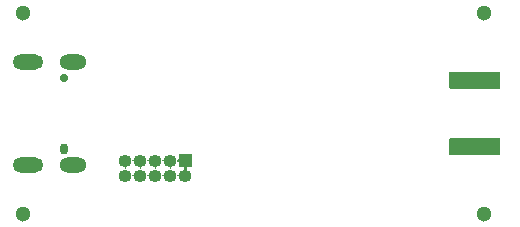
<source format=gbr>
%TF.GenerationSoftware,KiCad,Pcbnew,(5.1.8)-1*%
%TF.CreationDate,2020-12-12T20:42:30+01:00*%
%TF.ProjectId,NRF24Stick,4e524632-3453-4746-9963-6b2e6b696361,rev?*%
%TF.SameCoordinates,Original*%
%TF.FileFunction,Soldermask,Bot*%
%TF.FilePolarity,Negative*%
%FSLAX46Y46*%
G04 Gerber Fmt 4.6, Leading zero omitted, Abs format (unit mm)*
G04 Created by KiCad (PCBNEW (5.1.8)-1) date 2020-12-12 20:42:30*
%MOMM*%
%LPD*%
G01*
G04 APERTURE LIST*
%ADD10C,1.300000*%
%ADD11O,2.600000X1.300000*%
%ADD12O,0.700000X0.950000*%
%ADD13O,0.700000X0.700000*%
%ADD14O,2.300000X1.300000*%
%ADD15O,1.100000X1.100000*%
%ADD16C,0.100000*%
G04 APERTURE END LIST*
D10*
%TO.C,H4*%
X149500000Y-107000000D03*
%TD*%
%TO.C,H3*%
X149500000Y-124000000D03*
%TD*%
%TO.C,H2*%
X110500000Y-124000000D03*
%TD*%
%TO.C,H1*%
X110500000Y-107000000D03*
%TD*%
%TO.C,J3*%
G36*
G01*
X150850000Y-119050000D02*
X146650000Y-119050000D01*
G75*
G02*
X146600000Y-119000000I0J50000D01*
G01*
X146600000Y-117650000D01*
G75*
G02*
X146650000Y-117600000I50000J0D01*
G01*
X150850000Y-117600000D01*
G75*
G02*
X150900000Y-117650000I0J-50000D01*
G01*
X150900000Y-119000000D01*
G75*
G02*
X150850000Y-119050000I-50000J0D01*
G01*
G37*
G36*
G01*
X150850000Y-113400000D02*
X146650000Y-113400000D01*
G75*
G02*
X146600000Y-113350000I0J50000D01*
G01*
X146600000Y-112000000D01*
G75*
G02*
X146650000Y-111950000I50000J0D01*
G01*
X150850000Y-111950000D01*
G75*
G02*
X150900000Y-112000000I0J-50000D01*
G01*
X150900000Y-113350000D01*
G75*
G02*
X150850000Y-113400000I-50000J0D01*
G01*
G37*
%TD*%
D11*
%TO.C,J2*%
X110900000Y-111180000D03*
X110900000Y-119820000D03*
D12*
X114000000Y-118500000D03*
D13*
X114000000Y-112500000D03*
D14*
X114725000Y-119820000D03*
X114725000Y-111180000D03*
%TD*%
D15*
%TO.C,J1*%
X119170000Y-120770000D03*
X119170000Y-119500000D03*
X120440000Y-120770000D03*
X120440000Y-119500000D03*
X121710000Y-120770000D03*
X121710000Y-119500000D03*
X122980000Y-120770000D03*
X122980000Y-119500000D03*
X124250000Y-120770000D03*
G36*
G01*
X123750000Y-118950000D02*
X124750000Y-118950000D01*
G75*
G02*
X124800000Y-119000000I0J-50000D01*
G01*
X124800000Y-120000000D01*
G75*
G02*
X124750000Y-120050000I-50000J0D01*
G01*
X123750000Y-120050000D01*
G75*
G02*
X123700000Y-120000000I0J50000D01*
G01*
X123700000Y-119000000D01*
G75*
G02*
X123750000Y-118950000I50000J0D01*
G01*
G37*
%TD*%
D16*
G36*
X121173110Y-120669470D02*
G01*
X121173612Y-120671227D01*
X121164648Y-120716290D01*
X121164648Y-120823710D01*
X121173612Y-120868773D01*
X121172969Y-120870667D01*
X121171007Y-120871057D01*
X121169736Y-120869744D01*
X121165530Y-120855881D01*
X121156475Y-120838939D01*
X121144289Y-120824091D01*
X121129440Y-120811905D01*
X121112499Y-120802850D01*
X121094114Y-120797272D01*
X121075000Y-120795390D01*
X121055886Y-120797272D01*
X121037501Y-120802850D01*
X121020559Y-120811905D01*
X121005711Y-120824091D01*
X120993525Y-120838940D01*
X120984470Y-120855881D01*
X120980264Y-120869744D01*
X120978804Y-120871111D01*
X120976890Y-120870530D01*
X120976388Y-120868773D01*
X120985352Y-120823710D01*
X120985352Y-120716290D01*
X120976388Y-120671227D01*
X120977031Y-120669333D01*
X120978993Y-120668943D01*
X120980264Y-120670256D01*
X120984470Y-120684119D01*
X120993525Y-120701061D01*
X121005711Y-120715909D01*
X121020560Y-120728095D01*
X121037501Y-120737150D01*
X121055886Y-120742728D01*
X121075000Y-120744610D01*
X121094114Y-120742728D01*
X121112499Y-120737150D01*
X121129441Y-120728095D01*
X121144289Y-120715909D01*
X121156475Y-120701060D01*
X121165530Y-120684119D01*
X121169736Y-120670256D01*
X121171196Y-120668889D01*
X121173110Y-120669470D01*
G37*
G36*
X119903110Y-120669470D02*
G01*
X119903612Y-120671227D01*
X119894648Y-120716290D01*
X119894648Y-120823710D01*
X119903612Y-120868773D01*
X119902969Y-120870667D01*
X119901007Y-120871057D01*
X119899736Y-120869744D01*
X119895530Y-120855881D01*
X119886475Y-120838939D01*
X119874289Y-120824091D01*
X119859440Y-120811905D01*
X119842499Y-120802850D01*
X119824114Y-120797272D01*
X119805000Y-120795390D01*
X119785886Y-120797272D01*
X119767501Y-120802850D01*
X119750559Y-120811905D01*
X119735711Y-120824091D01*
X119723525Y-120838940D01*
X119714470Y-120855881D01*
X119710264Y-120869744D01*
X119708804Y-120871111D01*
X119706890Y-120870530D01*
X119706388Y-120868773D01*
X119715352Y-120823710D01*
X119715352Y-120716290D01*
X119706388Y-120671227D01*
X119707031Y-120669333D01*
X119708993Y-120668943D01*
X119710264Y-120670256D01*
X119714470Y-120684119D01*
X119723525Y-120701061D01*
X119735711Y-120715909D01*
X119750560Y-120728095D01*
X119767501Y-120737150D01*
X119785886Y-120742728D01*
X119805000Y-120744610D01*
X119824114Y-120742728D01*
X119842499Y-120737150D01*
X119859441Y-120728095D01*
X119874289Y-120715909D01*
X119886475Y-120701060D01*
X119895530Y-120684119D01*
X119899736Y-120670256D01*
X119901196Y-120668889D01*
X119903110Y-120669470D01*
G37*
G36*
X122443110Y-120669470D02*
G01*
X122443612Y-120671227D01*
X122434648Y-120716290D01*
X122434648Y-120823710D01*
X122443612Y-120868773D01*
X122442969Y-120870667D01*
X122441007Y-120871057D01*
X122439736Y-120869744D01*
X122435530Y-120855881D01*
X122426475Y-120838939D01*
X122414289Y-120824091D01*
X122399440Y-120811905D01*
X122382499Y-120802850D01*
X122364114Y-120797272D01*
X122345000Y-120795390D01*
X122325886Y-120797272D01*
X122307501Y-120802850D01*
X122290559Y-120811905D01*
X122275711Y-120824091D01*
X122263525Y-120838940D01*
X122254470Y-120855881D01*
X122250264Y-120869744D01*
X122248804Y-120871111D01*
X122246890Y-120870530D01*
X122246388Y-120868773D01*
X122255352Y-120823710D01*
X122255352Y-120716290D01*
X122246388Y-120671227D01*
X122247031Y-120669333D01*
X122248993Y-120668943D01*
X122250264Y-120670256D01*
X122254470Y-120684119D01*
X122263525Y-120701061D01*
X122275711Y-120715909D01*
X122290560Y-120728095D01*
X122307501Y-120737150D01*
X122325886Y-120742728D01*
X122345000Y-120744610D01*
X122364114Y-120742728D01*
X122382499Y-120737150D01*
X122399441Y-120728095D01*
X122414289Y-120715909D01*
X122426475Y-120701060D01*
X122435530Y-120684119D01*
X122439736Y-120670256D01*
X122441196Y-120668889D01*
X122443110Y-120669470D01*
G37*
G36*
X123713110Y-120669470D02*
G01*
X123713612Y-120671227D01*
X123704648Y-120716290D01*
X123704648Y-120823710D01*
X123713612Y-120868773D01*
X123712969Y-120870667D01*
X123711007Y-120871057D01*
X123709736Y-120869744D01*
X123705530Y-120855881D01*
X123696475Y-120838939D01*
X123684289Y-120824091D01*
X123669440Y-120811905D01*
X123652499Y-120802850D01*
X123634114Y-120797272D01*
X123615000Y-120795390D01*
X123595886Y-120797272D01*
X123577501Y-120802850D01*
X123560559Y-120811905D01*
X123545711Y-120824091D01*
X123533525Y-120838940D01*
X123524470Y-120855881D01*
X123520264Y-120869744D01*
X123518804Y-120871111D01*
X123516890Y-120870530D01*
X123516388Y-120868773D01*
X123525352Y-120823710D01*
X123525352Y-120716290D01*
X123516388Y-120671227D01*
X123517031Y-120669333D01*
X123518993Y-120668943D01*
X123520264Y-120670256D01*
X123524470Y-120684119D01*
X123533525Y-120701061D01*
X123545711Y-120715909D01*
X123560560Y-120728095D01*
X123577501Y-120737150D01*
X123595886Y-120742728D01*
X123615000Y-120744610D01*
X123634114Y-120742728D01*
X123652499Y-120737150D01*
X123669441Y-120728095D01*
X123684289Y-120715909D01*
X123696475Y-120701060D01*
X123705530Y-120684119D01*
X123709736Y-120670256D01*
X123711196Y-120668889D01*
X123713110Y-120669470D01*
G37*
G36*
X124445267Y-120049000D02*
G01*
X124445267Y-120051000D01*
X124443731Y-120051990D01*
X124424421Y-120053891D01*
X124406036Y-120059469D01*
X124389095Y-120068524D01*
X124374246Y-120080710D01*
X124362060Y-120095559D01*
X124353005Y-120112500D01*
X124347427Y-120130885D01*
X124345545Y-120149999D01*
X124347427Y-120169113D01*
X124353005Y-120187498D01*
X124362060Y-120204439D01*
X124374246Y-120219288D01*
X124389095Y-120231474D01*
X124406125Y-120240576D01*
X124408000Y-120241353D01*
X124409218Y-120242940D01*
X124408453Y-120244788D01*
X124406845Y-120245163D01*
X124303710Y-120224648D01*
X124196290Y-120224648D01*
X124093155Y-120245163D01*
X124091261Y-120244520D01*
X124090871Y-120242558D01*
X124092000Y-120241353D01*
X124093875Y-120240576D01*
X124110905Y-120231474D01*
X124125754Y-120219288D01*
X124137940Y-120204440D01*
X124146995Y-120187498D01*
X124152573Y-120169113D01*
X124154455Y-120149999D01*
X124152573Y-120130885D01*
X124146995Y-120112500D01*
X124137940Y-120095559D01*
X124125754Y-120080710D01*
X124110906Y-120068524D01*
X124093964Y-120059469D01*
X124075579Y-120053891D01*
X124056269Y-120051990D01*
X124054643Y-120050825D01*
X124054839Y-120048835D01*
X124056465Y-120048000D01*
X124443535Y-120048000D01*
X124445267Y-120049000D01*
G37*
G36*
X121810667Y-120037031D02*
G01*
X121811057Y-120038993D01*
X121809744Y-120040264D01*
X121795881Y-120044470D01*
X121778939Y-120053525D01*
X121764091Y-120065711D01*
X121751907Y-120080558D01*
X121742850Y-120097501D01*
X121737272Y-120115886D01*
X121735390Y-120135000D01*
X121737272Y-120154114D01*
X121742850Y-120172499D01*
X121751905Y-120189441D01*
X121764091Y-120204289D01*
X121778940Y-120216475D01*
X121795881Y-120225530D01*
X121809744Y-120229736D01*
X121811111Y-120231196D01*
X121810530Y-120233110D01*
X121808773Y-120233612D01*
X121763710Y-120224648D01*
X121656290Y-120224648D01*
X121611227Y-120233612D01*
X121609333Y-120232969D01*
X121608943Y-120231007D01*
X121610256Y-120229736D01*
X121624119Y-120225530D01*
X121641061Y-120216475D01*
X121655909Y-120204289D01*
X121668095Y-120189440D01*
X121677150Y-120172499D01*
X121682728Y-120154114D01*
X121684610Y-120135000D01*
X121682728Y-120115886D01*
X121677150Y-120097501D01*
X121668094Y-120080558D01*
X121655909Y-120065711D01*
X121641060Y-120053525D01*
X121624119Y-120044470D01*
X121610256Y-120040264D01*
X121608889Y-120038804D01*
X121609470Y-120036890D01*
X121611227Y-120036388D01*
X121656290Y-120045352D01*
X121763710Y-120045352D01*
X121808773Y-120036388D01*
X121810667Y-120037031D01*
G37*
G36*
X120540667Y-120037031D02*
G01*
X120541057Y-120038993D01*
X120539744Y-120040264D01*
X120525881Y-120044470D01*
X120508939Y-120053525D01*
X120494091Y-120065711D01*
X120481907Y-120080558D01*
X120472850Y-120097501D01*
X120467272Y-120115886D01*
X120465390Y-120135000D01*
X120467272Y-120154114D01*
X120472850Y-120172499D01*
X120481905Y-120189441D01*
X120494091Y-120204289D01*
X120508940Y-120216475D01*
X120525881Y-120225530D01*
X120539744Y-120229736D01*
X120541111Y-120231196D01*
X120540530Y-120233110D01*
X120538773Y-120233612D01*
X120493710Y-120224648D01*
X120386290Y-120224648D01*
X120341227Y-120233612D01*
X120339333Y-120232969D01*
X120338943Y-120231007D01*
X120340256Y-120229736D01*
X120354119Y-120225530D01*
X120371061Y-120216475D01*
X120385909Y-120204289D01*
X120398095Y-120189440D01*
X120407150Y-120172499D01*
X120412728Y-120154114D01*
X120414610Y-120135000D01*
X120412728Y-120115886D01*
X120407150Y-120097501D01*
X120398094Y-120080558D01*
X120385909Y-120065711D01*
X120371060Y-120053525D01*
X120354119Y-120044470D01*
X120340256Y-120040264D01*
X120338889Y-120038804D01*
X120339470Y-120036890D01*
X120341227Y-120036388D01*
X120386290Y-120045352D01*
X120493710Y-120045352D01*
X120538773Y-120036388D01*
X120540667Y-120037031D01*
G37*
G36*
X119270667Y-120037031D02*
G01*
X119271057Y-120038993D01*
X119269744Y-120040264D01*
X119255881Y-120044470D01*
X119238939Y-120053525D01*
X119224091Y-120065711D01*
X119211907Y-120080558D01*
X119202850Y-120097501D01*
X119197272Y-120115886D01*
X119195390Y-120135000D01*
X119197272Y-120154114D01*
X119202850Y-120172499D01*
X119211905Y-120189441D01*
X119224091Y-120204289D01*
X119238940Y-120216475D01*
X119255881Y-120225530D01*
X119269744Y-120229736D01*
X119271111Y-120231196D01*
X119270530Y-120233110D01*
X119268773Y-120233612D01*
X119223710Y-120224648D01*
X119116290Y-120224648D01*
X119071227Y-120233612D01*
X119069333Y-120232969D01*
X119068943Y-120231007D01*
X119070256Y-120229736D01*
X119084119Y-120225530D01*
X119101061Y-120216475D01*
X119115909Y-120204289D01*
X119128095Y-120189440D01*
X119137150Y-120172499D01*
X119142728Y-120154114D01*
X119144610Y-120135000D01*
X119142728Y-120115886D01*
X119137150Y-120097501D01*
X119128094Y-120080558D01*
X119115909Y-120065711D01*
X119101060Y-120053525D01*
X119084119Y-120044470D01*
X119070256Y-120040264D01*
X119068889Y-120038804D01*
X119069470Y-120036890D01*
X119071227Y-120036388D01*
X119116290Y-120045352D01*
X119223710Y-120045352D01*
X119268773Y-120036388D01*
X119270667Y-120037031D01*
G37*
G36*
X123080667Y-120037031D02*
G01*
X123081057Y-120038993D01*
X123079744Y-120040264D01*
X123065881Y-120044470D01*
X123048939Y-120053525D01*
X123034091Y-120065711D01*
X123021907Y-120080558D01*
X123012850Y-120097501D01*
X123007272Y-120115886D01*
X123005390Y-120135000D01*
X123007272Y-120154114D01*
X123012850Y-120172499D01*
X123021905Y-120189441D01*
X123034091Y-120204289D01*
X123048940Y-120216475D01*
X123065881Y-120225530D01*
X123079744Y-120229736D01*
X123081111Y-120231196D01*
X123080530Y-120233110D01*
X123078773Y-120233612D01*
X123033710Y-120224648D01*
X122926290Y-120224648D01*
X122881227Y-120233612D01*
X122879333Y-120232969D01*
X122878943Y-120231007D01*
X122880256Y-120229736D01*
X122894119Y-120225530D01*
X122911061Y-120216475D01*
X122925909Y-120204289D01*
X122938095Y-120189440D01*
X122947150Y-120172499D01*
X122952728Y-120154114D01*
X122954610Y-120135000D01*
X122952728Y-120115886D01*
X122947150Y-120097501D01*
X122938094Y-120080558D01*
X122925909Y-120065711D01*
X122911060Y-120053525D01*
X122894119Y-120044470D01*
X122880256Y-120040264D01*
X122878889Y-120038804D01*
X122879470Y-120036890D01*
X122881227Y-120036388D01*
X122926290Y-120045352D01*
X123033710Y-120045352D01*
X123078773Y-120036388D01*
X123080667Y-120037031D01*
G37*
G36*
X123701165Y-119304839D02*
G01*
X123702000Y-119306465D01*
X123702000Y-119693535D01*
X123701000Y-119695267D01*
X123699000Y-119695267D01*
X123698010Y-119693731D01*
X123696109Y-119674421D01*
X123690531Y-119656036D01*
X123681476Y-119639095D01*
X123669290Y-119624246D01*
X123654441Y-119612060D01*
X123637500Y-119603005D01*
X123619115Y-119597427D01*
X123600001Y-119595545D01*
X123580887Y-119597427D01*
X123562502Y-119603005D01*
X123545561Y-119612060D01*
X123530712Y-119624246D01*
X123518526Y-119639095D01*
X123509424Y-119656125D01*
X123508647Y-119658000D01*
X123507060Y-119659218D01*
X123505212Y-119658453D01*
X123504837Y-119656845D01*
X123525352Y-119553710D01*
X123525352Y-119446290D01*
X123504837Y-119343155D01*
X123505480Y-119341261D01*
X123507442Y-119340871D01*
X123508647Y-119342000D01*
X123509424Y-119343875D01*
X123518526Y-119360905D01*
X123530712Y-119375754D01*
X123545560Y-119387940D01*
X123562502Y-119396995D01*
X123580887Y-119402573D01*
X123600001Y-119404455D01*
X123619115Y-119402573D01*
X123637500Y-119396995D01*
X123654441Y-119387940D01*
X123669290Y-119375754D01*
X123681476Y-119360906D01*
X123690531Y-119343964D01*
X123696109Y-119325579D01*
X123698010Y-119306269D01*
X123699175Y-119304643D01*
X123701165Y-119304839D01*
G37*
G36*
X122443110Y-119399470D02*
G01*
X122443612Y-119401227D01*
X122434648Y-119446290D01*
X122434648Y-119553710D01*
X122443612Y-119598773D01*
X122442969Y-119600667D01*
X122441007Y-119601057D01*
X122439736Y-119599744D01*
X122435530Y-119585881D01*
X122426475Y-119568939D01*
X122414289Y-119554091D01*
X122399440Y-119541905D01*
X122382499Y-119532850D01*
X122364114Y-119527272D01*
X122345000Y-119525390D01*
X122325886Y-119527272D01*
X122307501Y-119532850D01*
X122290559Y-119541905D01*
X122275711Y-119554091D01*
X122263525Y-119568940D01*
X122254470Y-119585881D01*
X122250264Y-119599744D01*
X122248804Y-119601111D01*
X122246890Y-119600530D01*
X122246388Y-119598773D01*
X122255352Y-119553710D01*
X122255352Y-119446290D01*
X122246388Y-119401227D01*
X122247031Y-119399333D01*
X122248993Y-119398943D01*
X122250264Y-119400256D01*
X122254470Y-119414119D01*
X122263525Y-119431061D01*
X122275711Y-119445909D01*
X122290560Y-119458095D01*
X122307501Y-119467150D01*
X122325886Y-119472728D01*
X122345000Y-119474610D01*
X122364114Y-119472728D01*
X122382499Y-119467150D01*
X122399441Y-119458095D01*
X122414289Y-119445909D01*
X122426475Y-119431060D01*
X122435530Y-119414119D01*
X122439736Y-119400256D01*
X122441196Y-119398889D01*
X122443110Y-119399470D01*
G37*
G36*
X119903110Y-119399470D02*
G01*
X119903612Y-119401227D01*
X119894648Y-119446290D01*
X119894648Y-119553710D01*
X119903612Y-119598773D01*
X119902969Y-119600667D01*
X119901007Y-119601057D01*
X119899736Y-119599744D01*
X119895530Y-119585881D01*
X119886475Y-119568939D01*
X119874289Y-119554091D01*
X119859440Y-119541905D01*
X119842499Y-119532850D01*
X119824114Y-119527272D01*
X119805000Y-119525390D01*
X119785886Y-119527272D01*
X119767501Y-119532850D01*
X119750559Y-119541905D01*
X119735711Y-119554091D01*
X119723525Y-119568940D01*
X119714470Y-119585881D01*
X119710264Y-119599744D01*
X119708804Y-119601111D01*
X119706890Y-119600530D01*
X119706388Y-119598773D01*
X119715352Y-119553710D01*
X119715352Y-119446290D01*
X119706388Y-119401227D01*
X119707031Y-119399333D01*
X119708993Y-119398943D01*
X119710264Y-119400256D01*
X119714470Y-119414119D01*
X119723525Y-119431061D01*
X119735711Y-119445909D01*
X119750560Y-119458095D01*
X119767501Y-119467150D01*
X119785886Y-119472728D01*
X119805000Y-119474610D01*
X119824114Y-119472728D01*
X119842499Y-119467150D01*
X119859441Y-119458095D01*
X119874289Y-119445909D01*
X119886475Y-119431060D01*
X119895530Y-119414119D01*
X119899736Y-119400256D01*
X119901196Y-119398889D01*
X119903110Y-119399470D01*
G37*
G36*
X121173110Y-119399470D02*
G01*
X121173612Y-119401227D01*
X121164648Y-119446290D01*
X121164648Y-119553710D01*
X121173612Y-119598773D01*
X121172969Y-119600667D01*
X121171007Y-119601057D01*
X121169736Y-119599744D01*
X121165530Y-119585881D01*
X121156475Y-119568939D01*
X121144289Y-119554091D01*
X121129440Y-119541905D01*
X121112499Y-119532850D01*
X121094114Y-119527272D01*
X121075000Y-119525390D01*
X121055886Y-119527272D01*
X121037501Y-119532850D01*
X121020559Y-119541905D01*
X121005711Y-119554091D01*
X120993525Y-119568940D01*
X120984470Y-119585881D01*
X120980264Y-119599744D01*
X120978804Y-119601111D01*
X120976890Y-119600530D01*
X120976388Y-119598773D01*
X120985352Y-119553710D01*
X120985352Y-119446290D01*
X120976388Y-119401227D01*
X120977031Y-119399333D01*
X120978993Y-119398943D01*
X120980264Y-119400256D01*
X120984470Y-119414119D01*
X120993525Y-119431061D01*
X121005711Y-119445909D01*
X121020560Y-119458095D01*
X121037501Y-119467150D01*
X121055886Y-119472728D01*
X121075000Y-119474610D01*
X121094114Y-119472728D01*
X121112499Y-119467150D01*
X121129441Y-119458095D01*
X121144289Y-119445909D01*
X121156475Y-119431060D01*
X121165530Y-119414119D01*
X121169736Y-119400256D01*
X121171196Y-119398889D01*
X121173110Y-119399470D01*
G37*
M02*

</source>
